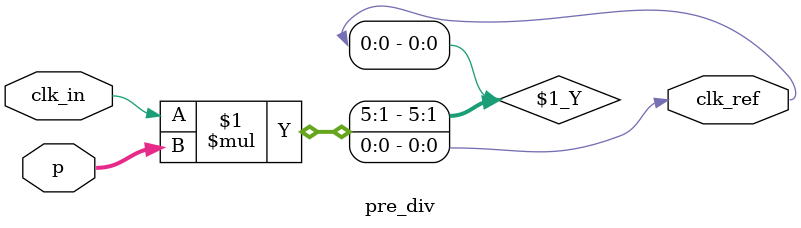
<source format=v>
`timescale 1ns / 1ps


module pre_div(clk_in,p,clk_ref);

    input clk_in;
    input [5:0]p;
    output clk_ref;
    
    assign clk_ref = clk_in*p;    
    
    
endmodule



</source>
